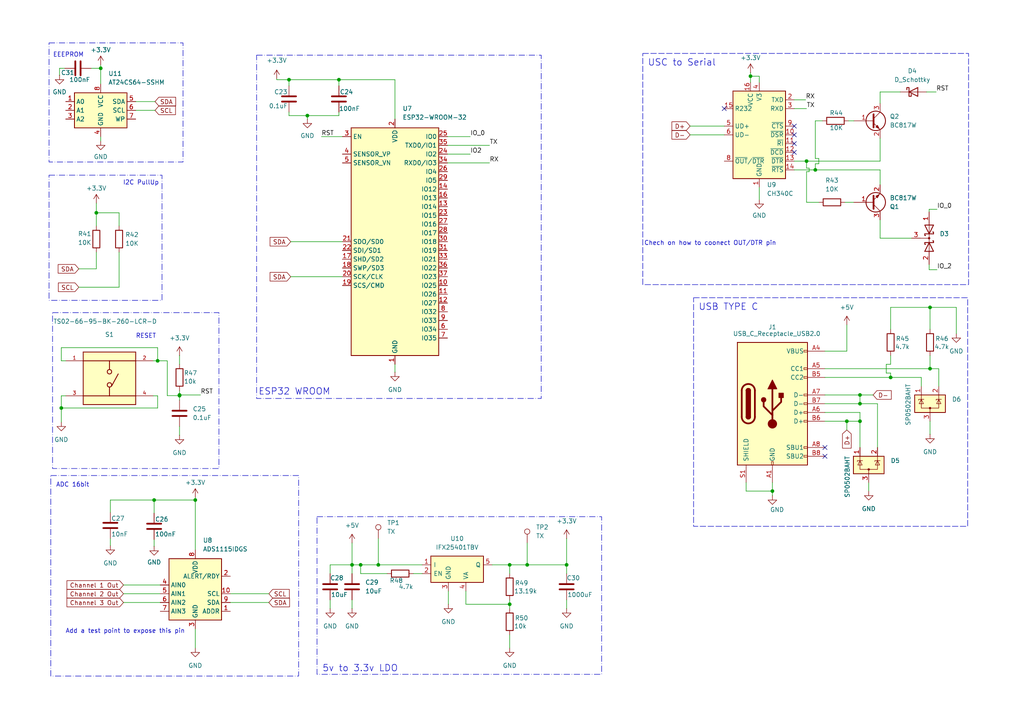
<source format=kicad_sch>
(kicad_sch (version 20231120) (generator "eeschema") (generator_version "8.0")
  (paper "A4")
  (title_block (title "MCU"))
  (lib_symbols
    (symbol "Analog_ADC:ADS1115IDGS"
      (property "Reference" "U" (at 2.54 13.97 0))
      (property "Value" "ADS1115IDGS" (at 7.62 11.43 0))
      (symbol "ADS1115IDGS_0_1"
        (rectangle (start -7.62 10.16) (end 7.62 -7.62) (stroke (width 0.254)) (fill (type background)))
      )
      (symbol "ADS1115IDGS_1_1"
        (pin input line (at 10.16 -5.08 180) (length 2.54) (name "ADDR") (number "1"))
        (pin input line (at 10.16 0 180) (length 2.54) (name "SCL") (number "10"))
        (pin output line (at 10.16 5.08 180) (length 2.54) (name "ALERT/RDY") (number "2"))
        (pin power_in line (at 0 -10.16 90) (length 2.54) (name "GND") (number "3"))
        (pin input line (at -10.16 2.54 0) (length 2.54) (name "AIN0") (number "4"))
        (pin input line (at -10.16 0 0) (length 2.54) (name "AIN1") (number "5"))
        (pin input line (at -10.16 -2.54 0) (length 2.54) (name "AIN2") (number "6"))
        (pin input line (at -10.16 -5.08 0) (length 2.54) (name "AIN3") (number "7"))
        (pin power_in line (at 0 12.7 270) (length 2.54) (name "VDD") (number "8"))
        (pin bidirectional line (at 10.16 -2.54 180) (length 2.54) (name "SDA") (number "9"))
      )
    )
    (symbol "Connector:TestPoint" (pin_numbers hide) (pin_names (offset 0.762) hide)
      (property "Reference" "TP" (at 0 6.858 0))
      (property "Value" "TestPoint" (at 0 5.08 0))
      (symbol "TestPoint_0_1"
        (circle (center 0 3.302) (radius 0.762))
      )
      (symbol "TestPoint_1_1"
        (pin passive line (at 0 0 90) (length 2.54) (name "1") (number "1"))
      )
    )
    (symbol "Connector:USB_C_Receptacle_USB2.0" (pin_names (offset 1.016))
      (property "Reference" "J" (at -10.16 19.05 0))
      (property "Value" "USB_C_Receptacle_USB2.0" (at 19.05 19.05 0))
      (symbol "USB_C_Receptacle_USB2.0_0_0"
        (rectangle (start -0.254 -17.78) (end 0.254 -16.764))
        (rectangle (start 10.16 -14.986) (end 9.144 -15.494))
        (rectangle (start 10.16 -12.446) (end 9.144 -12.954))
        (rectangle (start 10.16 -4.826) (end 9.144 -5.334))
        (rectangle (start 10.16 -2.286) (end 9.144 -2.794))
        (rectangle (start 10.16 0.254) (end 9.144 -0.254))
        (rectangle (start 10.16 2.794) (end 9.144 2.286))
        (rectangle (start 10.16 7.874) (end 9.144 7.366))
        (rectangle (start 10.16 10.414) (end 9.144 9.906))
        (rectangle (start 10.16 15.494) (end 9.144 14.986))
      )
      (symbol "USB_C_Receptacle_USB2.0_0_1"
        (rectangle (start -10.16 17.78) (end 10.16 -17.78) (stroke (width 0.254)) (fill (type background)))
        (arc (start -8.89 -3.81) (mid -6.985 -5.7067) (end -5.08 -3.81) (stroke (width 0.508)))
        (arc (start -7.62 -3.81) (mid -6.985 -4.4423) (end -6.35 -3.81) (stroke (width 0.254)))
        (arc (start -7.62 -3.81) (mid -6.985 -4.4423) (end -6.35 -3.81) (stroke (width 0.254)) (fill (type outline)))
        (rectangle (start -7.62 -3.81) (end -6.35 3.81) (stroke (width 0.254)) (fill (type outline)))
        (arc (start -6.35 3.81) (mid -6.985 4.4423) (end -7.62 3.81) (stroke (width 0.254)))
        (arc (start -6.35 3.81) (mid -6.985 4.4423) (end -7.62 3.81) (stroke (width 0.254)) (fill (type outline)))
        (arc (start -5.08 3.81) (mid -6.985 5.7067) (end -8.89 3.81) (stroke (width 0.508)))
        (circle (center -2.54 1.143) (radius 0.635) (stroke (width 0.254)) (fill (type outline)))
        (circle (center 0 -5.842) (radius 1.27) (fill (type outline)))
        (polyline (pts (xy -8.89 -3.81) (xy -8.89 3.81)) (stroke (width 0.508)))
        (polyline (pts (xy -5.08 3.81) (xy -5.08 -3.81)) (stroke (width 0.508)))
        (polyline (pts (xy 0 -5.842) (xy 0 4.318)) (stroke (width 0.508)))
        (polyline (pts (xy 0 -3.302) (xy -2.54 -0.762) (xy -2.54 0.508)) (stroke (width 0.508)))
        (polyline (pts (xy 0 -2.032) (xy 2.54 0.508) (xy 2.54 1.778)) (stroke (width 0.508)))
        (polyline (pts (xy -1.27 4.318) (xy 0 6.858) (xy 1.27 4.318) (xy -1.27 4.318)) (stroke (width 0.254)) (fill (type outline)))
        (rectangle (start 1.905 1.778) (end 3.175 3.048) (stroke (width 0.254)) (fill (type outline)))
      )
      (symbol "USB_C_Receptacle_USB2.0_1_1"
        (pin passive line (at 0 -22.86 90) (length 5.08) (name "GND") (number "A1"))
        (pin passive line (at 0 -22.86 90) (length 5.08) hide (name "GND") (number "A12"))
        (pin passive line (at 15.24 15.24 180) (length 5.08) (name "VBUS") (number "A4"))
        (pin bidirectional line (at 15.24 10.16 180) (length 5.08) (name "CC1") (number "A5"))
        (pin bidirectional line (at 15.24 -2.54 180) (length 5.08) (name "D+") (number "A6"))
        (pin bidirectional line (at 15.24 2.54 180) (length 5.08) (name "D-") (number "A7"))
        (pin bidirectional line (at 15.24 -12.7 180) (length 5.08) (name "SBU1") (number "A8"))
        (pin passive line (at 15.24 15.24 180) (length 5.08) hide (name "VBUS") (number "A9"))
        (pin passive line (at 0 -22.86 90) (length 5.08) hide (name "GND") (number "B1"))
        (pin passive line (at 0 -22.86 90) (length 5.08) hide (name "GND") (number "B12"))
        (pin passive line (at 15.24 15.24 180) (length 5.08) hide (name "VBUS") (number "B4"))
        (pin bidirectional line (at 15.24 7.62 180) (length 5.08) (name "CC2") (number "B5"))
        (pin bidirectional line (at 15.24 -5.08 180) (length 5.08) (name "D+") (number "B6"))
        (pin bidirectional line (at 15.24 0 180) (length 5.08) (name "D-") (number "B7"))
        (pin bidirectional line (at 15.24 -15.24 180) (length 5.08) (name "SBU2") (number "B8"))
        (pin passive line (at 15.24 15.24 180) (length 5.08) hide (name "VBUS") (number "B9"))
        (pin passive line (at -7.62 -22.86 90) (length 5.08) (name "SHIELD") (number "S1"))
      )
    )
    (symbol "Device:C" (pin_numbers hide) (pin_names (offset 0.254))
      (property "Reference" "C" (at 0.635 2.54 0))
      (property "Value" "C" (at 0.635 -2.54 0))
      (symbol "C_0_1"
        (polyline (pts (xy -2.032 -0.762) (xy 2.032 -0.762)) (stroke (width 0.508)))
        (polyline (pts (xy -2.032 0.762) (xy 2.032 0.762)) (stroke (width 0.508)))
      )
      (symbol "C_1_1"
        (pin passive line (at 0 3.81 270) (length 2.794) (name "~") (number "1"))
        (pin passive line (at 0 -3.81 90) (length 2.794) (name "~") (number "2"))
      )
    )
    (symbol "Device:D_Schottky" (pin_numbers hide) (pin_names (offset 1.016) hide)
      (property "Reference" "D" (at 0 2.54 0))
      (property "Value" "D_Schottky" (at 0 -2.54 0))
      (symbol "D_Schottky_0_1"
        (polyline (pts (xy 1.27 0) (xy -1.27 0)))
        (polyline (pts (xy 1.27 1.27) (xy 1.27 -1.27) (xy -1.27 0) (xy 1.27 1.27)) (stroke (width 0.254)))
        (polyline (pts (xy -1.905 0.635) (xy -1.905 1.27) (xy -1.27 1.27) (xy -1.27 -1.27) (xy -0.635 -1.27) (xy -0.635 -0.635)) (stroke (width 0.254)))
      )
      (symbol "D_Schottky_1_1"
        (pin passive line (at -3.81 0 0) (length 2.54) (name "K") (number "1"))
        (pin passive line (at 3.81 0 180) (length 2.54) (name "A") (number "2"))
      )
    )
    (symbol "Device:D_Schottky_Dual_CommonCathode_AAK" (pin_names (offset 0.762) hide)
      (property "Reference" "D" (at 1.27 -2.54 0))
      (property "Value" "D_Schottky_Dual_CommonCathode_AAK" (at 0 2.54 0))
      (symbol "D_Schottky_Dual_CommonCathode_AAK_0_1"
        (polyline (pts (xy -3.81 0) (xy 3.81 0)))
        (polyline (pts (xy 0 0) (xy 0 -2.54)))
        (polyline (pts (xy -1.27 -1.27) (xy -1.27 1.27) (xy -1.27 1.27)) (stroke (width 0.254)))
        (polyline (pts (xy 1.27 -1.27) (xy 1.27 1.27) (xy 1.27 1.27)) (stroke (width 0.254)))
        (polyline (pts (xy -1.27 -1.27) (xy -0.762 -1.27) (xy -0.762 -1.016) (xy -0.762 -1.016)) (stroke (width 0.254)))
        (polyline (pts (xy 1.27 -1.27) (xy 1.778 -1.27) (xy 1.778 -1.016) (xy 1.778 -1.016)) (stroke (width 0.254)))
        (polyline (pts (xy 1.27 1.27) (xy 0.762 1.27) (xy 0.762 1.016) (xy 0.762 1.016)) (stroke (width 0.254)))
        (polyline (pts (xy -1.778 1.016) (xy -1.778 1.27) (xy -1.27 1.27) (xy -1.27 1.27) (xy -1.27 1.27)) (stroke (width 0.254)))
        (polyline (pts (xy -3.81 1.27) (xy -1.27 0) (xy -3.81 -1.27) (xy -3.81 1.27) (xy -3.81 1.27) (xy -3.81 1.27)) (stroke (width 0.254)))
        (polyline (pts (xy 3.81 -1.27) (xy 1.27 0) (xy 3.81 1.27) (xy 3.81 -1.27) (xy 3.81 -1.27) (xy 3.81 -1.27)) (stroke (width 0.254)))
        (circle (center 0 0) (radius 0.254) (fill (type outline)))
        (pin passive line (at -7.62 0 0) (length 3.81) (name "A") (number "1"))
        (pin passive line (at 7.62 0 180) (length 3.81) (name "A") (number "2"))
        (pin passive line (at 0 -5.08 90) (length 2.54) (name "K") (number "3"))
      )
    )
    (symbol "Device:R" (pin_numbers hide) (pin_names (offset 0))
      (property "Reference" "R" (at 2.032 0 90))
      (property "Value" "R" (at 0 0 90))
      (symbol "R_0_1"
        (rectangle (start -1.016 -2.54) (end 1.016 2.54) (stroke (width 0.254)))
      )
      (symbol "R_1_1"
        (pin passive line (at 0 3.81 270) (length 1.27) (name "~") (number "1"))
        (pin passive line (at 0 -3.81 90) (length 1.27) (name "~") (number "2"))
      )
    )
    (symbol "Interface_USB:CH340C"
      (property "Reference" "U" (at -5.08 13.97 0))
      (property "Value" "CH340C" (at 1.27 13.97 0))
      (symbol "CH340C_0_1"
        (rectangle (start -7.62 12.7) (end 7.62 -12.7) (stroke (width 0.254)) (fill (type background)))
      )
      (symbol "CH340C_1_1"
        (pin power_in line (at 0 -15.24 90) (length 2.54) (name "GND") (number "1"))
        (pin input line (at 10.16 0 180) (length 2.54) (name "~{DSR}") (number "10"))
        (pin input line (at 10.16 -2.54 180) (length 2.54) (name "~{RI}") (number "11"))
        (pin input line (at 10.16 -5.08 180) (length 2.54) (name "~{DCD}") (number "12"))
        (pin output line (at 10.16 -7.62 180) (length 2.54) (name "~{DTR}") (number "13"))
        (pin output line (at 10.16 -10.16 180) (length 2.54) (name "~{RTS}") (number "14"))
        (pin input line (at -10.16 7.62 0) (length 2.54) (name "R232") (number "15"))
        (pin power_in line (at -2.54 15.24 270) (length 2.54) (name "VCC") (number "16"))
        (pin output line (at 10.16 10.16 180) (length 2.54) (name "TXD") (number "2"))
        (pin input line (at 10.16 7.62 180) (length 2.54) (name "RXD") (number "3"))
        (pin power_out line (at 0 15.24 270) (length 2.54) (name "V3") (number "4"))
        (pin bidirectional line (at -10.16 2.54 0) (length 2.54) (name "UD+") (number "5"))
        (pin bidirectional line (at -10.16 0 0) (length 2.54) (name "UD-") (number "6"))
        (pin no_connect line (at -7.62 -5.08 0) (length 2.54) hide (name "NC") (number "7"))
        (pin output line (at -10.16 -7.62 0) (length 2.54) (name "~{OUT}/~{DTR}") (number "8"))
        (pin input line (at 10.16 2.54 180) (length 2.54) (name "~{CTS}") (number "9"))
      )
    )
    (symbol "Memory_EEPROM:AT24CS64-SSHM"
      (property "Reference" "U" (at -7.62 6.35 0))
      (property "Value" "AT24CS64-SSHM" (at 2.54 -6.35 0))
      (symbol "AT24CS64-SSHM_1_1"
        (rectangle (start -7.62 5.08) (end 7.62 -5.08) (stroke (width 0.254)) (fill (type background)))
        (pin input line (at -10.16 2.54 0) (length 2.54) (name "A0") (number "1"))
        (pin input line (at -10.16 0 0) (length 2.54) (name "A1") (number "2"))
        (pin input line (at -10.16 -2.54 0) (length 2.54) (name "A2") (number "3"))
        (pin power_in line (at 0 -7.62 90) (length 2.54) (name "GND") (number "4"))
        (pin bidirectional line (at 10.16 2.54 180) (length 2.54) (name "SDA") (number "5"))
        (pin input line (at 10.16 0 180) (length 2.54) (name "SCL") (number "6"))
        (pin input line (at 10.16 -2.54 180) (length 2.54) (name "WP") (number "7"))
        (pin power_in line (at 0 7.62 270) (length 2.54) (name "VCC") (number "8"))
      )
    )
    (symbol "Power_Protection:SP0502BAHT" (pin_names hide)
      (property "Reference" "D" (at 5.715 2.54 0))
      (property "Value" "SP0502BAHT" (at 5.715 0.635 0))
      (symbol "SP0502BAHT_0_0"
        (pin passive line (at 0 -5.08 90) (length 2.54) (name "A") (number "3"))
      )
      (symbol "SP0502BAHT_0_1"
        (rectangle (start -4.445 2.54) (end 4.445 -2.54) (stroke (width 0.254)) (fill (type background)))
        (circle (center 0 -1.27) (radius 0.254) (fill (type outline)))
        (polyline (pts (xy -2.54 2.54) (xy -2.54 1.27)))
        (polyline (pts (xy 0 -1.27) (xy 0 -2.54)))
        (polyline (pts (xy 2.54 2.54) (xy 2.54 1.27)))
        (polyline (pts (xy -3.302 1.016) (xy -3.302 1.27) (xy -1.905 1.27) (xy -1.778 1.27)))
        (polyline (pts (xy -2.54 1.27) (xy -2.54 -1.27) (xy 2.54 -1.27) (xy 2.54 1.27)))
        (polyline (pts (xy -2.54 1.27) (xy -1.905 0) (xy -3.175 0) (xy -2.54 1.27)))
        (polyline (pts (xy 1.778 1.016) (xy 1.778 1.27) (xy 3.175 1.27) (xy 3.302 1.27)))
        (polyline (pts (xy 2.54 1.27) (xy 1.905 0) (xy 3.175 0) (xy 2.54 1.27)))
      )
      (symbol "SP0502BAHT_1_1"
        (pin passive line (at -2.54 5.08 270) (length 2.54) (name "K") (number "1"))
        (pin passive line (at 2.54 5.08 270) (length 2.54) (name "K") (number "2"))
      )
    )
    (symbol "RF_Module:ESP32-WROOM-32"
      (property "Reference" "U" (at -12.7 34.29 0))
      (property "Value" "ESP32-WROOM-32" (at 1.27 34.29 0))
      (symbol "ESP32-WROOM-32_0_1"
        (rectangle (start -12.7 33.02) (end 12.7 -33.02) (stroke (width 0.254)) (fill (type background)))
      )
      (symbol "ESP32-WROOM-32_1_1"
        (pin power_in line (at 0 -35.56 90) (length 2.54) (name "GND") (number "1"))
        (pin bidirectional line (at 15.24 -12.7 180) (length 2.54) (name "IO25") (number "10"))
        (pin bidirectional line (at 15.24 -15.24 180) (length 2.54) (name "IO26") (number "11"))
        (pin bidirectional line (at 15.24 -17.78 180) (length 2.54) (name "IO27") (number "12"))
        (pin bidirectional line (at 15.24 10.16 180) (length 2.54) (name "IO14") (number "13"))
        (pin bidirectional line (at 15.24 15.24 180) (length 2.54) (name "IO12") (number "14"))
        (pin passive line (at 0 -35.56 90) (length 2.54) hide (name "GND") (number "15"))
        (pin bidirectional line (at 15.24 12.7 180) (length 2.54) (name "IO13") (number "16"))
        (pin bidirectional line (at -15.24 -5.08 0) (length 2.54) (name "SHD/SD2") (number "17"))
        (pin bidirectional line (at -15.24 -7.62 0) (length 2.54) (name "SWP/SD3") (number "18"))
        (pin bidirectional line (at -15.24 -12.7 0) (length 2.54) (name "SCS/CMD") (number "19"))
        (pin power_in line (at 0 35.56 270) (length 2.54) (name "VDD") (number "2"))
        (pin bidirectional line (at -15.24 -10.16 0) (length 2.54) (name "SCK/CLK") (number "20"))
        (pin bidirectional line (at -15.24 0 0) (length 2.54) (name "SDO/SD0") (number "21"))
        (pin bidirectional line (at -15.24 -2.54 0) (length 2.54) (name "SDI/SD1") (number "22"))
        (pin bidirectional line (at 15.24 7.62 180) (length 2.54) (name "IO15") (number "23"))
        (pin bidirectional line (at 15.24 25.4 180) (length 2.54) (name "IO2") (number "24"))
        (pin bidirectional line (at 15.24 30.48 180) (length 2.54) (name "IO0") (number "25"))
        (pin bidirectional line (at 15.24 20.32 180) (length 2.54) (name "IO4") (number "26"))
        (pin bidirectional line (at 15.24 5.08 180) (length 2.54) (name "IO16") (number "27"))
        (pin bidirectional line (at 15.24 2.54 180) (length 2.54) (name "IO17") (number "28"))
        (pin bidirectional line (at 15.24 17.78 180) (length 2.54) (name "IO5") (number "29"))
        (pin input line (at -15.24 30.48 0) (length 2.54) (name "EN") (number "3"))
        (pin bidirectional line (at 15.24 0 180) (length 2.54) (name "IO18") (number "30"))
        (pin bidirectional line (at 15.24 -2.54 180) (length 2.54) (name "IO19") (number "31"))
        (pin no_connect line (at -12.7 -27.94 0) (length 2.54) hide (name "NC") (number "32"))
        (pin bidirectional line (at 15.24 -5.08 180) (length 2.54) (name "IO21") (number "33"))
        (pin bidirectional line (at 15.24 22.86 180) (length 2.54) (name "RXD0/IO3") (number "34"))
        (pin bidirectional line (at 15.24 27.94 180) (length 2.54) (name "TXD0/IO1") (number "35"))
        (pin bidirectional line (at 15.24 -7.62 180) (length 2.54) (name "IO22") (number "36"))
        (pin bidirectional line (at 15.24 -10.16 180) (length 2.54) (name "IO23") (number "37"))
        (pin passive line (at 0 -35.56 90) (length 2.54) hide (name "GND") (number "38"))
        (pin passive line (at 0 -35.56 90) (length 2.54) hide (name "GND") (number "39"))
        (pin input line (at -15.24 25.4 0) (length 2.54) (name "SENSOR_VP") (number "4"))
        (pin input line (at -15.24 22.86 0) (length 2.54) (name "SENSOR_VN") (number "5"))
        (pin input line (at 15.24 -25.4 180) (length 2.54) (name "IO34") (number "6"))
        (pin input line (at 15.24 -27.94 180) (length 2.54) (name "IO35") (number "7"))
        (pin bidirectional line (at 15.24 -20.32 180) (length 2.54) (name "IO32") (number "8"))
        (pin bidirectional line (at 15.24 -22.86 180) (length 2.54) (name "IO33") (number "9"))
      )
    )
    (symbol "Regulator_Linear:IFX25401TBV" (pin_names (offset 0.762))
      (property "Reference" "U" (at 0 6.35 0))
      (property "Value" "IFX25401TBV" (at 0 3.81 0))
      (symbol "IFX25401TBV_0_1"
        (rectangle (start -7.62 2.54) (end 7.62 -5.08) (stroke (width 0.254)) (fill (type background)))
      )
      (symbol "IFX25401TBV_1_1"
        (pin power_in line (at -10.16 0 0) (length 2.54) (name "I") (number "1"))
        (pin input line (at -10.16 -2.54 0) (length 2.54) (name "EN") (number "2"))
        (pin power_in line (at -2.54 -7.62 90) (length 2.54) (name "GND") (number "3"))
        (pin input line (at 2.54 -7.62 90) (length 2.54) (name "VA") (number "4"))
        (pin power_out line (at 10.16 0 180) (length 2.54) (name "Q") (number "5"))
      )
    )
    (symbol "Transistor_BJT:BC817W" (pin_names (offset 0) hide)
      (property "Reference" "Q" (at 5.08 1.905 0))
      (property "Value" "BC817W" (at 5.08 0 0))
      (symbol "BC817W_0_1"
        (polyline (pts (xy 0.635 0.635) (xy 2.54 2.54)))
        (polyline (pts (xy 0.635 -0.635) (xy 2.54 -2.54) (xy 2.54 -2.54)))
        (polyline (pts (xy 0.635 1.905) (xy 0.635 -1.905) (xy 0.635 -1.905)) (stroke (width 0.508)))
        (polyline (pts (xy 1.27 -1.778) (xy 1.778 -1.27) (xy 2.286 -2.286) (xy 1.27 -1.778) (xy 1.27 -1.778)) (fill (type outline)))
        (circle (center 1.27 0) (radius 2.8194) (stroke (width 0.254)))
      )
      (symbol "BC817W_1_1"
        (pin input line (at -5.08 0 0) (length 5.715) (name "B") (number "1"))
        (pin passive line (at 2.54 -5.08 90) (length 2.54) (name "E") (number "2"))
        (pin passive line (at 2.54 5.08 270) (length 2.54) (name "C") (number "3"))
      )
    )
    (symbol "button:TS02-66-95-BK-260-LCR-D" (pin_names (offset 1.016))
      (property "Reference" "S" (at -7.62 8.382 0))
      (property "Value" "TS02-66-95-BK-260-LCR-D" (at -7.62 -8.382 0))
      (symbol "TS02-66-95-BK-260-LCR-D_0_0"
        (rectangle (start -7.62 -7.62) (end 7.62 7.62) (stroke (width 0.254)) (fill (type background)))
        (circle (center 0 -1.905) (radius 0.635) (stroke (width 0.254)))
        (polyline (pts (xy 0 -5.08) (xy -7.62 -5.08)) (stroke (width 0.254)))
        (polyline (pts (xy 0 -5.08) (xy 7.62 -5.08)) (stroke (width 0.254)))
        (polyline (pts (xy 0 -2.54) (xy 0 -5.08)) (stroke (width 0.254)))
        (polyline (pts (xy 0 5.08) (xy -7.62 5.08)) (stroke (width 0.254)))
        (polyline (pts (xy 0 5.08) (xy 0 2.54)) (stroke (width 0.254)))
        (polyline (pts (xy 0 5.08) (xy 7.62 5.08)) (stroke (width 0.254)))
        (polyline (pts (xy 0.635 -2.2225) (xy 2.54 1.27)) (stroke (width 0.254)))
        (circle (center 0 1.905) (radius 0.635) (stroke (width 0.254)))
        (pin passive line (at -12.7 5.08 0) (length 5.08) (name "~") (number "1"))
        (pin passive line (at 12.7 5.08 180) (length 5.08) (name "~") (number "2"))
        (pin passive line (at -12.7 -5.08 0) (length 5.08) (name "~") (number "3"))
        (pin passive line (at 12.7 -5.08 180) (length 5.08) (name "~") (number "4"))
      )
    )
    (symbol "power:+3.3V" (power) (pin_numbers hide) (pin_names (offset 0) hide)
      (property "Value" "+3.3V" (at 0 3.556 0))
      (symbol "+3.3V_0_1"
        (polyline (pts (xy -0.762 1.27) (xy 0 2.54)))
        (polyline (pts (xy 0 0) (xy 0 2.54)))
        (polyline (pts (xy 0 2.54) (xy 0.762 1.27)))
      )
      (symbol "+3.3V_1_1"
        (pin power_in line (at 0 0 90) (length 0) (name "~") (number "1"))
      )
    )
    (symbol "power:+5V" (power) (pin_names (offset 0))
      (property "Value" "+5V" (at 0 3.556 0))
      (symbol "+5V_0_1"
        (polyline (pts (xy -0.762 1.27) (xy 0 2.54)))
        (polyline (pts (xy 0 0) (xy 0 2.54)))
        (polyline (pts (xy 0 2.54) (xy 0.762 1.27)))
      )
      (symbol "+5V_1_1"
        (pin power_in line (at 0 0 90) (length 0) hide (name "+5V") (number "1"))
      )
    )
    (symbol "power:GND" (power) (pin_numbers hide) (pin_names (offset 0) hide)
      (property "Value" "GND" (at 0 -3.81 0))
      (symbol "GND_0_1"
        (polyline (pts (xy 0 0) (xy 0 -1.27) (xy 1.27 -1.27) (xy 0 -2.54) (xy -1.27 -1.27) (xy 0 -1.27)))
      )
      (symbol "GND_1_1"
        (pin power_in line (at 0 0 270) (length 0) (name "~") (number "1"))
      )
    )
  )
  (junction (at 89.154 33.528))
  (junction (at 249.428 122.174))
  (junction (at 102.108 163.83))
  (junction (at 164.338 163.83))
  (junction (at 249.428 117.094))
  (junction (at 98.298 23.114))
  (junction (at 236.474 49.276))
  (junction (at 258.318 109.474))
  (junction (at 17.78 118.3395))
  (junction (at 45.72 104.648))
  (junction (at 245.618 122.174))
  (junction (at 269.748 106.934))
  (junction (at 269.748 89.154))
  (junction (at 224.028 142.4355))
  (junction (at 217.678 22.098))
  (junction (at 83.82 23.114))
  (junction (at 147.828 175.26))
  (junction (at 52.07 114.7461))
  (junction (at 52.07 114.554))
  (junction (at 29.21 19.812))
  (junction (at 27.94 61.722))
  (junction (at 233.934 46.736))
  (junction (at 249.428 114.554))
  (junction (at 56.642 145.034))
  (junction (at 104.6003 163.83))
  (junction (at 44.704 145.034))
  (junction (at 152.908 163.83))
  (junction (at 147.828 163.83))
  (junction (at 109.728 163.83))
  (no_connect (at 230.378 44.196))
  (no_connect (at 239.268 129.794))
  (no_connect (at 239.268 132.334))
  (no_connect (at 230.378 41.656))
  (no_connect (at 210.058 31.496))
  (no_connect (at 230.378 36.576))
  (no_connect (at 230.378 39.116))
  (wire (pts (xy 48.514 114.7461) (xy 52.07 114.7461)))
  (wire (pts (xy 239.268 122.174) (xy 245.618 122.174)))
  (wire (pts (xy 245.618 122.174) (xy 245.618 124.714)))
  (wire (pts (xy 269.748 103.124) (xy 269.748 106.934)))
  (wire (pts (xy 200.152 36.576) (xy 210.058 36.576)))
  (wire (pts (xy 102.108 163.83) (xy 104.6003 163.83)))
  (wire (pts (xy 147.828 163.83) (xy 147.828 166.37)))
  (wire (pts (xy 258.318 103.124) (xy 258.318 105.664)))
  (wire (pts (xy 52.07 114.7461) (xy 52.07 116.078)))
  (wire (pts (xy 258.318 95.504) (xy 258.318 89.154)))
  (wire (pts (xy 35.814 169.672) (xy 46.482 169.672)))
  (wire (pts (xy 233.934 46.736) (xy 255.27 46.736)))
  (wire (pts (xy 230.378 46.736) (xy 233.934 46.736)))
  (wire (pts (xy 114.554 105.664) (xy 114.554 107.95)))
  (wire (pts (xy 239.268 119.634) (xy 249.428 119.634)))
  (wire (pts (xy 129.794 39.624) (xy 136.398 39.624)))
  (wire (pts (xy 236.474 45.974) (xy 237.49 45.974)))
  (wire (pts (xy 48.514 104.648) (xy 48.514 114.7461)))
  (wire (pts (xy 224.028 139.954) (xy 224.028 142.4355)))
  (wire (pts (xy 267.208 109.474) (xy 267.208 112.014)))
  (wire (pts (xy 27.94 77.978) (xy 22.86 77.978)))
  (wire (pts (xy 246.126 35.052) (xy 247.65 35.052)))
  (wire (pts (xy 44.704 145.034) (xy 56.642 145.034)))
  (wire (pts (xy 237.49 58.674) (xy 233.934 58.674)))
  (wire (pts (xy 245.11 58.674) (xy 247.65 58.674)))
  (wire (pts (xy 114.554 23.114) (xy 114.554 34.544)))
  (wire (pts (xy 268.732 26.67) (xy 271.526 26.67)))
  (wire (pts (xy 66.802 172.212) (xy 77.978 172.212)))
  (wire (pts (xy 104.6003 163.83) (xy 109.728 163.83)))
  (wire (pts (xy 112.268 166.37) (xy 104.6003 166.37)))
  (wire (pts (xy 56.642 145.034) (xy 56.642 144.272)))
  (wire (pts (xy 109.728 163.83) (xy 122.428 163.83)))
  (wire (pts (xy 216.408 142.4355) (xy 224.028 142.4355)))
  (wire (pts (xy 29.21 39.624) (xy 29.21 40.894)))
  (wire (pts (xy 249.428 119.634) (xy 249.428 122.174)))
  (wire (pts (xy 83.82 24.892) (xy 83.82 23.114)))
  (wire (pts (xy 269.494 76.708) (xy 269.494 78.232)))
  (wire (pts (xy 257.048 108.204) (xy 258.318 108.204)))
  (wire (pts (xy 147.828 163.83) (xy 152.908 163.83)))
  (wire (pts (xy 220.218 54.356) (xy 220.218 57.912)))
  (wire (pts (xy 249.428 114.554) (xy 249.428 117.094)))
  (wire (pts (xy 17.78 100.838) (xy 45.72 100.838)))
  (wire (pts (xy 32.004 156.21) (xy 32.004 158.242)))
  (wire (pts (xy 109.728 156.21) (xy 109.728 163.83)))
  (wire (pts (xy 164.338 156.21) (xy 164.338 163.83)))
  (wire (pts (xy 29.21 19.812) (xy 29.21 24.384)))
  (wire (pts (xy 44.704 156.464) (xy 44.704 158.496)))
  (wire (pts (xy 135.128 175.26) (xy 147.828 175.26)))
  (wire (pts (xy 56.642 182.372) (xy 56.642 187.96)))
  (wire (pts (xy 217.678 22.098) (xy 217.678 23.876)))
  (wire (pts (xy 224.028 142.4355) (xy 224.028 143.764)))
  (wire (pts (xy 255.27 69.088) (xy 264.414 69.088)))
  (wire (pts (xy 236.474 35.052) (xy 236.474 45.974)))
  (wire (pts (xy 35.814 174.752) (xy 46.482 174.752)))
  (wire (pts (xy 236.474 49.276) (xy 230.378 49.276)))
  (wire (pts (xy 17.78 100.838) (xy 17.78 104.648)))
  (wire (pts (xy 19.05 114.808) (xy 17.78 114.808)))
  (wire (pts (xy 269.748 106.934) (xy 272.288 106.934)))
  (wire (pts (xy 18.796 19.812) (xy 17.272 19.812)))
  (wire (pts (xy 258.318 109.474) (xy 267.208 109.474)))
  (wire (pts (xy 147.828 175.26) (xy 147.828 176.53)))
  (wire (pts (xy 34.544 65.532) (xy 34.544 61.722)))
  (wire (pts (xy 216.408 139.954) (xy 216.408 142.4355)))
  (wire (pts (xy 147.828 173.99) (xy 147.828 175.26)))
  (wire (pts (xy 80.264 22.86) (xy 80.264 23.114)))
  (wire (pts (xy 251.968 139.954) (xy 251.968 142.494)))
  (wire (pts (xy 93.218 39.624) (xy 99.314 39.624)))
  (wire (pts (xy 237.49 45.974) (xy 237.49 47.498)))
  (wire (pts (xy 217.678 21.082) (xy 217.678 22.098)))
  (wire (pts (xy 200.152 39.116) (xy 210.058 39.116)))
  (wire (pts (xy 95.758 163.83) (xy 102.108 163.83)))
  (wire (pts (xy 245.618 94.234) (xy 245.618 101.854)))
  (wire (pts (xy 234.696 49.784) (xy 234.696 48.768)))
  (wire (pts (xy 95.758 173.99) (xy 95.758 176.53)))
  (wire (pts (xy 258.318 108.204) (xy 258.318 109.474)))
  (wire (pts (xy 142.748 163.83) (xy 147.828 163.83)))
  (wire (pts (xy 269.494 60.706) (xy 271.78 60.706)))
  (wire (pts (xy 230.378 28.956) (xy 233.68 28.956)))
  (wire (pts (xy 245.618 122.174) (xy 249.428 122.174)))
  (wire (pts (xy 17.78 114.808) (xy 17.78 118.3395)))
  (wire (pts (xy 26.416 19.812) (xy 29.21 19.812)))
  (wire (pts (xy 27.94 73.152) (xy 27.94 77.978)))
  (wire (pts (xy 17.78 118.3395) (xy 17.78 122.428)))
  (wire (pts (xy 269.748 89.154) (xy 269.748 95.504)))
  (wire (pts (xy 239.268 117.094) (xy 249.428 117.094)))
  (wire (pts (xy 39.37 32.004) (xy 44.958 32.004)))
  (wire (pts (xy 269.494 61.468) (xy 269.494 60.706)))
  (wire (pts (xy 249.428 122.174) (xy 249.428 129.794)))
  (wire (pts (xy 277.368 89.154) (xy 277.368 96.774)))
  (wire (pts (xy 83.82 32.512) (xy 83.82 33.528)))
  (wire (pts (xy 130.048 171.45) (xy 130.048 175.26)))
  (wire (pts (xy 19.05 104.648) (xy 17.78 104.648)))
  (wire (pts (xy 102.108 163.83) (xy 102.108 166.37)))
  (wire (pts (xy 39.37 29.464) (xy 44.958 29.464)))
  (wire (pts (xy 129.794 47.244) (xy 141.986 47.244)))
  (wire (pts (xy 45.72 118.3395) (xy 17.78 118.3395)))
  (wire (pts (xy 255.27 29.972) (xy 255.27 26.67)))
  (wire (pts (xy 254.508 117.094) (xy 254.508 129.794)))
  (wire (pts (xy 104.6003 166.37) (xy 104.6003 163.83)))
  (wire (pts (xy 102.108 157.48) (xy 102.108 163.83)))
  (wire (pts (xy 35.814 172.212) (xy 46.482 172.212)))
  (wire (pts (xy 84.328 70.104) (xy 99.314 70.104)))
  (wire (pts (xy 52.07 114.554) (xy 58.166 114.554)))
  (wire (pts (xy 220.218 22.098) (xy 217.678 22.098)))
  (wire (pts (xy 32.004 148.59) (xy 32.004 145.034)))
  (wire (pts (xy 98.298 23.114) (xy 98.298 24.892)))
  (wire (pts (xy 44.45 114.808) (xy 45.72 114.808)))
  (wire (pts (xy 52.07 103.124) (xy 52.07 105.664)))
  (wire (pts (xy 152.908 157.48) (xy 152.908 163.83)))
  (wire (pts (xy 258.318 105.664) (xy 257.048 105.664)))
  (wire (pts (xy 27.94 61.722) (xy 27.94 65.532)))
  (wire (pts (xy 255.27 53.594) (xy 255.27 49.276)))
  (wire (pts (xy 147.828 184.15) (xy 147.828 187.96)))
  (wire (pts (xy 29.21 18.796) (xy 29.21 19.812)))
  (wire (pts (xy 84.328 80.264) (xy 99.314 80.264)))
  (wire (pts (xy 239.268 109.474) (xy 258.318 109.474)))
  (wire (pts (xy 257.048 105.664) (xy 257.048 108.204)))
  (wire (pts (xy 129.794 44.704) (xy 136.398 44.704)))
  (wire (pts (xy 249.428 114.554) (xy 253.238 114.554)))
  (wire (pts (xy 56.642 159.512) (xy 56.642 145.034)))
  (wire (pts (xy 34.544 61.722) (xy 27.94 61.722)))
  (wire (pts (xy 255.27 49.276) (xy 236.474 49.276)))
  (wire (pts (xy 255.27 63.754) (xy 255.27 69.088)))
  (wire (pts (xy 258.318 89.154) (xy 269.748 89.154)))
  (wire (pts (xy 89.154 33.528) (xy 98.298 33.528)))
  (wire (pts (xy 164.338 173.99) (xy 164.338 176.53)))
  (wire (pts (xy 80.264 23.114) (xy 83.82 23.114)))
  (wire (pts (xy 22.86 83.312) (xy 34.544 83.312)))
  (wire (pts (xy 269.748 122.174) (xy 269.748 125.984)))
  (wire (pts (xy 66.802 174.752) (xy 77.978 174.752)))
  (wire (pts (xy 98.298 32.512) (xy 98.298 33.528)))
  (wire (pts (xy 237.49 47.498) (xy 236.474 47.498)))
  (wire (pts (xy 249.428 117.094) (xy 254.508 117.094)))
  (wire (pts (xy 129.794 42.164) (xy 141.986 42.164)))
  (wire (pts (xy 236.474 47.498) (xy 236.474 49.276)))
  (wire (pts (xy 95.758 166.37) (xy 95.758 163.83)))
  (wire (pts (xy 52.07 113.284) (xy 52.07 114.554)))
  (wire (pts (xy 269.494 78.232) (xy 271.78 78.232)))
  (wire (pts (xy 89.154 33.528) (xy 89.154 34.544)))
  (wire (pts (xy 238.506 35.052) (xy 236.474 35.052)))
  (wire (pts (xy 17.272 19.812) (xy 17.272 21.844)))
  (wire (pts (xy 32.004 145.034) (xy 44.704 145.034)))
  (wire (pts (xy 98.298 23.114) (xy 114.554 23.114)))
  (wire (pts (xy 45.72 104.648) (xy 48.514 104.648)))
  (wire (pts (xy 119.888 166.37) (xy 122.428 166.37)))
  (wire (pts (xy 52.07 114.554) (xy 52.07 114.7461)))
  (wire (pts (xy 234.696 48.768) (xy 233.934 48.768)))
  (wire (pts (xy 164.338 163.83) (xy 164.338 166.37)))
  (wire (pts (xy 83.82 33.528) (xy 89.154 33.528)))
  (wire (pts (xy 255.27 26.67) (xy 261.112 26.67)))
  (wire (pts (xy 272.288 106.934) (xy 272.288 112.014)))
  (wire (pts (xy 83.82 23.114) (xy 98.298 23.114)))
  (wire (pts (xy 135.128 171.45) (xy 135.128 175.26)))
  (wire (pts (xy 233.934 48.768) (xy 233.934 46.736)))
  (wire (pts (xy 255.27 46.736) (xy 255.27 40.132)))
  (wire (pts (xy 27.94 58.928) (xy 27.94 61.722)))
  (wire (pts (xy 239.268 114.554) (xy 249.428 114.554)))
  (wire (pts (xy 34.544 83.312) (xy 34.544 73.152)))
  (wire (pts (xy 152.908 163.83) (xy 164.338 163.83)))
  (wire (pts (xy 239.268 106.934) (xy 269.748 106.934)))
  (wire (pts (xy 44.704 148.844) (xy 44.704 145.034)))
  (wire (pts (xy 233.934 49.784) (xy 234.696 49.784)))
  (wire (pts (xy 220.218 23.876) (xy 220.218 22.098)))
  (wire (pts (xy 52.07 123.698) (xy 52.07 126.238)))
  (wire (pts (xy 45.72 100.838) (xy 45.72 104.648)))
  (wire (pts (xy 269.748 89.154) (xy 277.368 89.154)))
  (wire (pts (xy 44.45 104.648) (xy 45.72 104.648)))
  (wire (pts (xy 239.268 101.854) (xy 245.618 101.854)))
  (wire (pts (xy 230.378 31.496) (xy 233.934 31.496)))
  (wire (pts (xy 102.108 173.99) (xy 102.108 176.53)))
  (wire (pts (xy 45.72 114.808) (xy 45.72 118.3395)))
  (wire (pts (xy 233.934 58.674) (xy 233.934 49.784)))
  (rectangle (start 14.224 50.8) (end 46.99 87.122) (stroke (width 0) (type dash_dot)))
  (rectangle (start 91.948 149.86) (end 174.498 195.58) (stroke (width 0) (type dash_dot)))
  (rectangle (start 14.732 137.922) (end 86.614 196.088) (stroke (width 0) (type dash_dot)))
  (rectangle (start 74.422 16.002) (end 156.972 115.57) (stroke (width 0) (type dash_dot)))
  (rectangle (start 14.224 12.446) (end 53.086 46.99) (stroke (width 0) (type dash_dot)))
  (rectangle (start 15.24 90.678) (end 63.5 135.89) (stroke (width 0) (type dash_dot)))
  (text_box "USB TYPE C\n" (at 201.168 86.36 0) (size 79.502 66.294) (stroke (width 0) (type dash)) (effects (font (size 1.9 1.9)) (justify left top)))
  (text_box "USC to Serial" (at 186.436 15.494 0) (size 94.488 67.056) (stroke (width 0) (type dash)) (effects (font (size 1.9 1.9)) (justify left top)))
  (text "\nChech on how to coonect OUT/DTR pin\n" (at 205.994 69.596 0) (effects (font (size 1.27 1.27))))
  (text "Add a test point to expose this pin\n" (at 36.322 183.134 0) (effects (font (size 1.27 1.27))))
  (text "ESP32 WROOM\n" (at 74.93 114.808 0) (effects (font (size 1.9 1.9)) (justify left bottom)))
  (text "ADC 16bit\n" (at 21.082 140.716 0) (effects (font (size 1.27 1.27))))
  (text "EEEPROM " (at 20.32 16.002 0) (effects (font (size 1.27 1.27))))
  (text "I2C PullUp" (at 40.894 53.086 0) (effects (font (size 1.27 1.27))))
  (text "RESET\n" (at 39.37 98.298 0) (effects (font (size 1.27 1.27)) (justify left bottom)))
  (text "5v to 3.3v LDO" (at 93.472 195.072 0) (effects (font (size 1.9 1.9)) (justify left bottom)))
  (label "RX" (at 233.68 28.956 0))
  (label "RX" (at 141.986 47.244 0))
  (label "TX" (at 141.986 42.164 0))
  (label "RST" (at 271.526 26.67 0))
  (label "IO_0" (at 136.398 39.624 0))
  (label "IO2" (at 136.398 44.704 0))
  (label "IO_2" (at 271.78 78.232 0))
  (label "RST" (at 93.218 39.624 0))
  (label "TX" (at 233.934 31.496 0))
  (label "RST" (at 58.166 114.554 0))
  (label "IO_0" (at 271.78 60.706 0))
  (global_label "SDA" (shape input) (at 84.328 70.104 180) (property "Intersheetrefs" "${INTERSHEET_REFS}" (effects (hide yes))))
  (global_label "SCL" (shape input) (at 44.958 32.004 0) (property "Intersheetrefs" "${INTERSHEET_REFS}" (effects (hide yes))))
  (global_label "SDA" (shape input) (at 44.958 29.464 0) (property "Intersheetrefs" "${INTERSHEET_REFS}" (effects (hide yes))))
  (global_label "SDA" (shape input) (at 22.86 77.978 180) (property "Intersheetrefs" "${INTERSHEET_REFS}" (effects (hide yes))))
  (global_label "Channel 3 Out" (shape input) (at 35.814 174.752 180) (property "Intersheetrefs" "${INTERSHEET_REFS}" (effects (hide yes))))
  (global_label "SDA" (shape input) (at 84.328 80.264 180) (property "Intersheetrefs" "${INTERSHEET_REFS}" (effects (hide yes))))
  (global_label "D-" (shape input) (at 200.152 39.116 180) (property "Intersheetrefs" "${INTERSHEET_REFS}" (effects (hide yes))))
  (global_label "SCL" (shape input) (at 77.978 172.212 0) (property "Intersheetrefs" "${INTERSHEET_REFS}" (effects (hide yes))))
  (global_label "SDA" (shape input) (at 77.978 174.752 0) (property "Intersheetrefs" "${INTERSHEET_REFS}" (effects (hide yes))))
  (global_label "D-" (shape input) (at 253.238 114.554 0) (property "Intersheetrefs" "${INTERSHEET_REFS}" (effects (hide yes))))
  (global_label "Channel 2 Out" (shape input) (at 35.814 172.212 180) (property "Intersheetrefs" "${INTERSHEET_REFS}" (effects (hide yes))))
  (global_label "SCL" (shape input) (at 22.86 83.312 180) (property "Intersheetrefs" "${INTERSHEET_REFS}" (effects (hide yes))))
  (global_label "Channel 1 Out" (shape input) (at 35.814 169.672 180) (property "Intersheetrefs" "${INTERSHEET_REFS}" (effects (hide yes))))
  (global_label "D+" (shape input) (at 245.618 124.714 270) (property "Intersheetrefs" "${INTERSHEET_REFS}" (effects (hide yes))))
  (global_label "D+" (shape input) (at 200.152 36.576 180) (property "Intersheetrefs" "${INTERSHEET_REFS}" (effects (hide yes))))
  (symbol (lib_id "Interface_USB:CH340C") (at 220.218 39.116 0) (unit 1)
    (property "Reference" "U9" (at 222.4121 53.594 0) (effects (justify left)))
    (property "Value" "CH340C" (at 222.4121 56.134 0) (effects (justify left)))
    (property "Footprint" "Package_SO:SOIC-16_3.9x9.9mm_P1.27mm" (effects (hide yes)))
    (property "Datasheet" "https://datasheet.lcsc.com/szlcsc/Jiangsu-Qin-Heng-CH340C_C84681.pdf" (effects (hide yes)))
    (property "Description" "USB serial converter, UART, SOIC-16" (effects (hide yes)))
  )
  (symbol (lib_id "Transistor_BJT:BC817W") (at 252.73 35.052 0) (unit 1)
    (property "Reference" "Q2" (at 258.064 33.7819 0) (effects (justify left)))
    (property "Value" "BC817W" (at 258.064 36.3219 0) (effects (justify left)))
    (property "Footprint" "Package_TO_SOT_SMD:SOT-323_SC-70" (effects (hide yes)))
    (property "Datasheet" "https://www.onsemi.com/pub/Collateral/BC818-D.pdf" (effects (hide yes)))
    (property "Description" "0.8A Ic, 45V Vce, NPN Transistor, SOT-323" (effects (hide yes)))
  )
  (symbol (lib_id "power:GND") (at 29.21 40.894 0) (unit 1)
    (property "Reference" "#PWR052" (effects (hide yes)))
    (property "Value" "GND" (at 29.21 45.466 0))
    (property "Description" "Power symbol creates a global label with name \"GND\" , ground" (effects (hide yes)))
  )
  (symbol (lib_id "Connector:USB_C_Receptacle_USB2.0") (at 224.028 117.094 0) (unit 1)
    (property "Reference" "J1" (at 224.028 94.869 0))
    (property "Value" "USB_C_Receptacle_USB2.0" (at 225.298 96.774 0))
    (property "Footprint" "Connector_USB:USB_C_Receptacle_G-Switch_GT-USB-7010ASV" (effects (hide yes)))
    (property "Datasheet" "https://www.usb.org/sites/default/files/documents/usb_type-c.zip" (effects (hide yes)))
  )
  (symbol (lib_id "Device:R") (at 34.544 69.342 0) (unit 1)
    (property "Reference" "R42" (at 36.322 68.0719 0) (effects (justify left)))
    (property "Value" "10K" (at 36.322 70.6119 0) (effects (justify left)))
    (property "Footprint" "Resistor_SMD:R_0402_1005Metric" (effects (hide yes)))
    (property "Description" "Resistor" (effects (hide yes)))
  )
  (symbol (lib_id "Device:C") (at 102.108 170.18 0) (unit 1)
    (property "Reference" "C29" (at 105.918 168.91 0) (effects (justify left)))
    (property "Value" "10uF" (at 105.918 171.45 0) (effects (justify left)))
    (property "Footprint" "Capacitor_SMD:C_0603_1608Metric_Pad1.08x0.95mm_HandSolder" (effects (hide yes)))
  )
  (symbol (lib_id "Power_Protection:SP0502BAHT") (at 251.968 134.874 0) (unit 1)
    (property "Reference" "D5" (at 258.318 133.604 0) (effects (justify left)))
    (property "Value" "SP0502BAHT" (at 245.7634 144.3858 90) (effects (justify left)))
    (property "Footprint" "Package_TO_SOT_SMD:SOT-23" (effects (hide yes)))
    (property "Datasheet" "http://www.littelfuse.com/~/media/files/littelfuse/technical%20resources/documents/data%20sheets/sp05xxba.pdf" (effects (hide yes)))
  )
  (symbol (lib_id "power:GND") (at 251.968 142.494 0) (unit 1)
    (property "Reference" "#PWR037" (effects (hide yes)))
    (property "Value" "GND" (at 251.968 147.574 0))
  )
  (symbol (lib_id "Device:R") (at 258.318 99.314 0) (unit 1)
    (property "Reference" "R45" (at 259.8159 98.2312 0) (effects (justify left)))
    (property "Value" "4.7k" (at 259.588 100.584 0) (effects (justify left)))
    (property "Footprint" "Resistor_SMD:R_0201_0603Metric" (effects (hide yes)))
  )
  (symbol (lib_id "power:+3.3V") (at 164.338 156.21 0) (unit 1)
    (property "Reference" "#PWR050" (effects (hide yes)))
    (property "Value" "+3.3V" (at 164.338 151.13 0))
  )
  (symbol (lib_id "power:GND") (at 277.368 96.774 0) (unit 1)
    (property "Reference" "#PWR039" (effects (hide yes)))
    (property "Value" "GND" (at 277.368 101.854 0))
  )
  (symbol (lib_id "power:+3.3V") (at 29.21 18.796 0) (unit 1)
    (property "Reference" "#PWR053" (effects (hide yes)))
    (property "Value" "+3.3V" (at 29.21 14.478 0))
    (property "Description" "Power symbol creates a global label with name \"+3.3V\"" (effects (hide yes)))
  )
  (symbol (lib_id "Device:R") (at 269.748 99.314 0) (unit 1)
    (property "Reference" "R46" (at 271.2459 98.2312 0) (effects (justify left)))
    (property "Value" "4.7k" (at 271.018 100.584 0) (effects (justify left)))
    (property "Footprint" "Resistor_SMD:R_0201_0603Metric" (effects (hide yes)))
  )
  (symbol (lib_id "Power_Protection:SP0502BAHT") (at 269.748 117.094 0) (unit 1)
    (property "Reference" "D6" (at 276.098 115.824 0) (effects (justify left)))
    (property "Value" "SP0502BAHT" (at 263.398 123.444 90) (effects (justify left)))
    (property "Footprint" "Package_TO_SOT_SMD:SOT-23" (effects (hide yes)))
    (property "Datasheet" "http://www.littelfuse.com/~/media/files/littelfuse/technical%20resources/documents/data%20sheets/sp05xxba.pdf" (effects (hide yes)))
  )
  (symbol (lib_id "Connector:TestPoint") (at 109.728 156.21 0) (unit 1)
    (property "Reference" "TP1" (at 112.268 151.638 0) (effects (justify left)))
    (property "Value" "TX" (at 112.268 154.178 0) (effects (justify left)))
    (property "Footprint" "TestPoint:TestPoint_Pad_D1.0mm" (effects (hide yes)))
  )
  (symbol (lib_id "Device:R") (at 147.828 170.18 0) (unit 1)
    (property "Reference" "R49" (at 149.3259 169.0972 0) (effects (justify left)))
    (property "Value" "13.19k" (at 149.098 171.45 0) (effects (justify left)))
    (property "Footprint" "Resistor_SMD:R_0201_0603Metric" (effects (hide yes)))
  )
  (symbol (lib_id "power:GND") (at 17.272 21.844 0) (unit 1)
    (property "Reference" "#PWR054" (effects (hide yes)))
    (property "Value" "GND" (at 17.272 26.67 0))
    (property "Description" "Power symbol creates a global label with name \"GND\" , ground" (effects (hide yes)))
  )
  (symbol (lib_id "power:GND") (at 220.218 57.912 0) (unit 1)
    (property "Reference" "#PWR033" (effects (hide yes)))
    (property "Value" "GND" (at 220.218 62.484 0))
    (property "Description" "Power symbol creates a global label with name \"GND\" , ground" (effects (hide yes)))
  )
  (symbol (lib_id "Device:R") (at 242.316 35.052 90) (unit 1)
    (property "Reference" "R44" (at 242.57 32.766 90))
    (property "Value" "10K" (at 242.57 37.084 90))
    (property "Footprint" "Resistor_SMD:R_0402_1005Metric" (effects (hide yes)))
    (property "Description" "Resistor" (effects (hide yes)))
  )
  (symbol (lib_id "power:GND") (at 147.828 187.96 0) (unit 1)
    (property "Reference" "#PWR049" (effects (hide yes)))
    (property "Value" "GND" (at 147.828 193.04 0))
  )
  (symbol (lib_id "power:GND") (at 32.004 158.242 0) (unit 1)
    (property "Reference" "#PWR043" (effects (hide yes)))
    (property "Value" "GND" (at 32.004 163.322 0))
    (property "Description" "Power symbol creates a global label with name \"GND\" , ground" (effects (hide yes)))
  )
  (symbol (lib_id "power:GND") (at 44.704 158.496 0) (unit 1)
    (property "Reference" "#PWR044" (effects (hide yes)))
    (property "Value" "GND" (at 44.704 163.068 0))
    (property "Description" "Power symbol creates a global label with name \"GND\" , ground" (effects (hide yes)))
  )
  (symbol (lib_id "power:+5V") (at 245.618 94.234 0) (unit 1)
    (property "Reference" "#PWR036" (effects (hide yes)))
    (property "Value" "+5V" (at 245.618 89.154 0))
  )
  (symbol (lib_id "power:GND") (at 102.108 176.53 0) (unit 1)
    (property "Reference" "#PWR047" (effects (hide yes)))
    (property "Value" "GND" (at 102.108 181.61 0))
  )
  (symbol (lib_id "Device:R") (at 52.07 109.474 0) (unit 1)
    (property "Reference" "R47" (at 53.3045 108.2005 0) (effects (justify left)))
    (property "Value" "10k" (at 53.3257 110.6168 0) (effects (justify left)))
    (property "Footprint" "Resistor_SMD:R_0201_0603Metric" (effects (hide yes)))
  )
  (symbol (lib_id "Connector:TestPoint") (at 152.908 157.48 0) (unit 1)
    (property "Reference" "TP2" (at 155.448 152.908 0) (effects (justify left)))
    (property "Value" "TX" (at 155.448 155.448 0) (effects (justify left)))
    (property "Footprint" "TestPoint:TestPoint_Pad_D1.0mm" (effects (hide yes)))
  )
  (symbol (lib_id "power:GND") (at 52.07 126.238 0) (unit 1)
    (property "Reference" "#PWR042" (effects (hide yes)))
    (property "Value" "GND" (at 52.07 131.318 0))
  )
  (symbol (lib_id "Device:C") (at 44.704 152.654 0) (unit 1)
    (property "Reference" "C26" (at 44.958 150.622 0) (effects (justify left)))
    (property "Value" "100nF" (at 44.958 154.94 0) (effects (justify left)))
    (property "Footprint" "Capacitor_SMD:C_0603_1608Metric" (effects (hide yes)))
  )
  (symbol (lib_id "Device:C") (at 52.07 119.888 0) (unit 1)
    (property "Reference" "C25" (at 55.88 118.618 0) (effects (justify left)))
    (property "Value" "0.1uF" (at 55.88 121.158 0) (effects (justify left)))
    (property "Footprint" "Capacitor_SMD:C_01005_0402Metric" (effects (hide yes)))
  )
  (symbol (lib_id "Device:C") (at 95.758 170.18 0) (unit 1)
    (property "Reference" "C28" (at 95.758 167.64 0) (effects (justify left)))
    (property "Value" "10uF" (at 95.9735 172.5009 0) (effects (justify left)))
    (property "Footprint" "Capacitor_SMD:C_0603_1608Metric_Pad1.08x0.95mm_HandSolder" (effects (hide yes)))
  )
  (symbol (lib_id "power:GND") (at 95.758 176.53 0) (unit 1)
    (property "Reference" "#PWR045" (effects (hide yes)))
    (property "Value" "GND" (at 95.758 181.61 0))
  )
  (symbol (lib_id "power:GND") (at 224.028 143.764 0) (unit 1)
    (property "Reference" "#PWR035" (effects (hide yes)))
    (property "Value" "GND" (at 225.3881 147.8425 0))
  )
  (symbol (lib_id "Device:C") (at 164.338 170.18 0) (unit 1)
    (property "Reference" "C30" (at 164.338 167.64 0) (effects (justify left)))
    (property "Value" "1000uF" (at 164.5535 172.5009 0) (effects (justify left)))
    (property "Footprint" "Capacitor_SMD:C_0603_1608Metric_Pad1.08x0.95mm_HandSolder" (effects (hide yes)))
  )
  (symbol (lib_id "Device:C") (at 98.298 28.702 0) (unit 1)
    (property "Reference" "C24" (at 98.552 26.67 0) (effects (justify left)))
    (property "Value" "100nF" (at 98.298 31.496 0) (effects (justify left)))
    (property "Footprint" "Capacitor_SMD:C_0603_1608Metric" (effects (hide yes)))
    (property "Description" "Unpolarized capacitor" (effects (hide yes)))
  )
  (symbol (lib_id "Device:C") (at 32.004 152.4 0) (unit 1)
    (property "Reference" "C27" (at 32.258 150.368 0) (effects (justify left)))
    (property "Value" "10nF" (at 32.258 154.94 0) (effects (justify left)))
    (property "Footprint" "Capacitor_SMD:C_0603_1608Metric_Pad1.08x0.95mm_HandSolder" (effects (hide yes)))
  )
  (symbol (lib_id "Device:R") (at 147.828 180.34 0) (unit 1)
    (property "Reference" "R50" (at 149.3259 179.2572 0) (effects (justify left)))
    (property "Value" "10k" (at 149.098 181.61 0) (effects (justify left)))
    (property "Footprint" "Resistor_SMD:R_0201_0603Metric" (effects (hide yes)))
  )
  (symbol (lib_id "power:GND") (at 114.554 107.95 0) (unit 1)
    (property "Reference" "#PWR019" (effects (hide yes)))
    (property "Value" "GND" (at 114.554 113.03 0))
    (property "Description" "Power symbol creates a global label with name \"GND\" , ground" (effects (hide yes)))
  )
  (symbol (lib_id "power:GND") (at 130.048 175.26 0) (unit 1)
    (property "Reference" "#PWR048" (effects (hide yes)))
    (property "Value" "GND" (at 130.048 180.34 0))
  )
  (symbol (lib_id "power:GND") (at 164.338 176.53 0) (unit 1)
    (property "Reference" "#PWR051" (effects (hide yes)))
    (property "Value" "GND" (at 164.338 181.61 0))
  )
  (symbol (lib_id "power:+5V") (at 102.108 157.48 0) (unit 1)
    (property "Reference" "#PWR046" (effects (hide yes)))
    (property "Value" "+5V" (at 102.108 152.4 0))
  )
  (symbol (lib_id "RF_Module:ESP32-WROOM-32") (at 114.554 70.104 0) (unit 1)
    (property "Reference" "U7" (at 116.7481 31.496 0) (effects (justify left)))
    (property "Value" "ESP32-WROOM-32" (at 116.7481 34.036 0) (effects (justify left)))
    (property "Footprint" "RF_Module:ESP32-WROOM-32" (effects (hide yes)))
    (property "Datasheet" "https://www.espressif.com/sites/default/files/documentation/esp32-wroom-32_datasheet_en.pdf" (effects (hide yes)))
    (property "Description" "RF Module, ESP32-D0WDQ6 SoC, Wi-Fi 802.11b/g/n, Bluetooth, BLE, 32-bit, 2.7-3.6V, onboard antenna, SMD" (effects (hide yes)))
  )
  (symbol (lib_id "Device:C") (at 22.606 19.812 90) (unit 1)
    (property "Reference" "C31" (at 21.59 21.082 90) (effects (justify left)))
    (property "Value" "100nF" (at 26.162 23.114 90) (effects (justify left)))
    (property "Footprint" "Capacitor_SMD:C_0603_1608Metric" (effects (hide yes)))
    (property "Description" "Unpolarized capacitor" (effects (hide yes)))
  )
  (symbol (lib_id "power:+3.3V") (at 80.264 22.86 0) (unit 1)
    (property "Reference" "#PWR026" (effects (hide yes)))
    (property "Value" "+3.3V" (at 80.264 17.526 0))
    (property "Description" "Power symbol creates a global label with name \"+3.3V\"" (effects (hide yes)))
  )
  (symbol (lib_id "Transistor_BJT:BC817W") (at 252.73 58.674 0) (mirror x) (unit 1)
    (property "Reference" "Q1" (at 258.064 59.9441 0) (effects (justify left)))
    (property "Value" "BC817W" (at 258.064 57.4041 0) (effects (justify left)))
    (property "Footprint" "Package_TO_SOT_SMD:SOT-323_SC-70" (effects (hide yes)))
    (property "Datasheet" "https://www.onsemi.com/pub/Collateral/BC818-D.pdf" (effects (hide yes)))
    (property "Description" "0.8A Ic, 45V Vce, NPN Transistor, SOT-323" (effects (hide yes)))
  )
  (symbol (lib_id "Device:D_Schottky") (at 264.922 26.67 0) (unit 1)
    (property "Reference" "D4" (at 264.6045 20.574 0))
    (property "Value" "D_Schottky" (at 264.6045 23.114 0))
    (property "Description" "Schottky diode" (effects (hide yes)))
  )
  (symbol (lib_id "Device:C") (at 83.82 28.702 0) (unit 1)
    (property "Reference" "C23" (at 79.502 26.67 0) (effects (justify left)))
    (property "Value" "0.1uF" (at 77.978 30.734 0) (effects (justify left)))
    (property "Footprint" "Capacitor_SMD:C_0603_1608Metric" (effects (hide yes)))
    (property "Description" "Unpolarized capacitor" (effects (hide yes)))
  )
  (symbol (lib_id "Device:R") (at 116.078 166.37 90) (unit 1)
    (property "Reference" "R48" (at 116.9149 168.3925 90) (effects (justify left)))
    (property "Value" "4.7k" (at 119.888 170.18 90) (effects (justify left)))
    (property "Footprint" "Resistor_SMD:R_0201_0603Metric" (effects (hide yes)))
  )
  (symbol (lib_id "Device:R") (at 27.94 69.342 0) (unit 1)
    (property "Reference" "R41" (at 22.606 67.818 0) (effects (justify left)))
    (property "Value" "10K" (at 22.606 70.358 0) (effects (justify left)))
    (property "Footprint" "Resistor_SMD:R_0402_1005Metric" (effects (hide yes)))
    (property "Description" "Resistor" (effects (hide yes)))
  )
  (symbol (lib_id "power:+3.3V") (at 217.678 21.082 0) (unit 1)
    (property "Reference" "#PWR034" (effects (hide yes)))
    (property "Value" "+3.3V" (at 217.678 16.764 0))
    (property "Description" "Power symbol creates a global label with name \"+3.3V\"" (effects (hide yes)))
  )
  (symbol (lib_id "power:+3.3V") (at 56.642 144.272 0) (unit 1)
    (property "Reference" "#PWR031" (effects (hide yes)))
    (property "Value" "+3.3V" (at 56.642 139.954 0))
    (property "Description" "Power symbol creates a global label with name \"+3.3V\"" (effects (hide yes)))
  )
  (symbol (lib_id "Memory_EEPROM:AT24CS64-SSHM") (at 29.21 32.004 0) (unit 1)
    (property "Reference" "U11" (at 31.4041 21.336 0) (effects (justify left)))
    (property "Value" "AT24CS64-SSHM" (at 31.4041 23.876 0) (effects (justify left)))
    (property "Footprint" "Package_SO:SOIC-8_3.9x4.9mm_P1.27mm" (effects (hide yes)))
    (property "Datasheet" "http://ww1.microchip.com/downloads/en/DeviceDoc/Atmel-8870-SEEPROM-AT24CS64-Datasheet.pdf" (effects (hide yes)))
    (property "Description" "I2C Serial EEPROM, 64Kb (8192x8) with Unique Serial Number, SO8" (effects (hide yes)))
  )
  (symbol (lib_id "power:GND") (at 89.154 34.544 0) (unit 1)
    (property "Reference" "#PWR029" (effects (hide yes)))
    (property "Value" "GND" (at 89.154 39.37 0))
    (property "Description" "Power symbol creates a global label with name \"GND\" , ground" (effects (hide yes)))
  )
  (symbol (lib_id "Device:D_Schottky_Dual_CommonCathode_AAK") (at 269.494 69.088 270) (unit 1)
    (property "Reference" "D3" (at 272.542 67.8179 90) (effects (justify left)))
    (property "Value" "D_Schottky_Dual_CommonCathode_AAK" (effects (hide yes)))
    (property "Description" "Dual Schottky diode, common cathode on pin 3" (effects (hide yes)))
  )
  (symbol (lib_id "power:+3.3V") (at 52.07 103.124 0) (unit 1)
    (property "Reference" "#PWR041" (effects (hide yes)))
    (property "Value" "+3.3V" (at 52.07 98.044 0))
  )
  (symbol (lib_id "Analog_ADC:ADS1115IDGS") (at 56.642 172.212 0) (unit 1)
    (property "Reference" "U8" (at 58.8361 156.718 0) (effects (justify left)))
    (property "Value" "ADS1115IDGS" (at 58.8361 159.258 0) (effects (justify left)))
    (property "Footprint" "Package_SO:TSSOP-10_3x3mm_P0.5mm" (effects (hide yes)))
    (property "Datasheet" "http://www.ti.com/lit/ds/symlink/ads1113.pdf" (effects (hide yes)))
    (property "Description" "Ultra-Small, Low-Power, I2C-Compatible, 860-SPS, 16-Bit ADCs With Internal Reference, Oscillator, and Programmable Comparator, VSSOP-10" (effects (hide yes)))
  )
  (symbol (lib_id "power:GND") (at 17.78 122.428 0) (unit 1)
    (property "Reference" "#PWR040" (effects (hide yes)))
    (property "Value" "GND" (at 17.78 127.508 0))
  )
  (symbol (lib_id "Device:R") (at 241.3 58.674 90) (unit 1)
    (property "Reference" "R43" (at 241.3 52.324 90))
    (property "Value" "10K" (at 241.3 54.864 90))
    (property "Footprint" "Resistor_SMD:R_0402_1005Metric" (effects (hide yes)))
    (property "Description" "Resistor" (effects (hide yes)))
  )
  (symbol (lib_id "Regulator_Linear:IFX25401TBV") (at 132.588 163.83 0) (unit 1)
    (property "Reference" "U10" (at 132.588 156.21 0))
    (property "Value" "IFX25401TBV" (at 132.588 158.75 0))
    (property "Footprint" "Package_TO_SOT_SMD:TO-263-5_TabPin3" (effects (hide yes)))
    (property "Datasheet" "https://www.infineon.com/dgdl/Infineon-IFX25401-DS-v01_02-en.pdf?fileId=db3a304320d39d590120f62a690569f7" (effects (hide yes)))
  )
  (symbol (lib_id "power:GND") (at 269.748 125.984 0) (unit 1)
    (property "Reference" "#PWR038" (effects (hide yes)))
    (property "Value" "GND" (at 269.748 131.064 0))
  )
  (symbol (lib_id "button:TS02-66-95-BK-260-LCR-D") (at 31.75 109.728 0) (unit 1)
    (property "Reference" "S1" (at 31.75 97.028 0))
    (property "Value" "TS02-66-95-BK-260-LCR-D" (at 30.48 93.218 0))
    (property "Footprint" "button:SW_TS02-66-95-BK-260-LCR-D" (effects (hide yes)))
    (property "Description" "6 x 6 mm, 9.5 mm Actuator Height, 260 gf, Black, Long Crimped, Through Hole, SPST, Tactile Switch" (effects (hide yes)))
    (property "MF" "CUI Devices" (effects (hide yes)))
    (property "Package" "None" (effects (hide yes)))
    (property "Price" "None" (effects (hide yes)))
    (property "Check_prices" "https://www.snapeda.com/parts/TS02-66-95-BK-260-LCR-D/CUI+Devices/view-part/?ref=eda" (effects (hide yes)))
    (property "STANDARD" "Manufacturer Recommendations" (effects (hide yes)))
    (property "PARTREV" "1.0" (effects (hide yes)))
    (property "SnapEDA_Link" "https://www.snapeda.com/parts/TS02-66-95-BK-260-LCR-D/CUI+Devices/view-part/?ref=snap" (effects (hide yes)))
    (property "MP" "TS02-66-95-BK-260-LCR-D" (effects (hide yes)))
    (property "CUI_purchase_URL" "https://www.cuidevices.com/product/switches/tactile-switches/ts02-66-95-bk-260-lcr-d?utm_source=snapeda.com&utm_medium=referral&utm_campaign=snapedaBOM" (effects (hide yes)))
    (property "Availability" "In Stock" (effects (hide yes)))
    (property "MANUFACTURER" "CUI Devices" (effects (hide yes)))
  )
  (symbol (lib_id "power:GND") (at 56.642 187.96 0) (unit 1)
    (property "Reference" "#PWR030" (effects (hide yes)))
    (property "Value" "GND" (at 56.642 193.04 0))
    (property "Description" "Power symbol creates a global label with name \"GND\" , ground" (effects (hide yes)))
  )
  (symbol (lib_id "power:+3.3V") (at 27.94 58.928 0) (unit 1)
    (property "Reference" "#PWR032" (effects (hide yes)))
    (property "Value" "+3.3V" (at 27.94 54.61 0))
    (property "Description" "Power symbol creates a global label with name \"+3.3V\"" (effects (hide yes)))
  )
)
</source>
